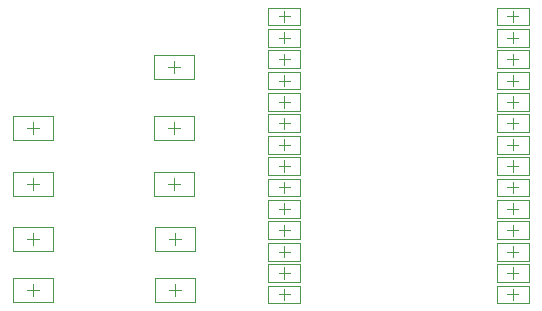
<source format=gbr>
%TF.GenerationSoftware,Altium Limited,Altium Designer,19.1.8 (144)*%
G04 Layer_Color=32768*
%FSLAX26Y26*%
%MOIN*%
%TF.FileFunction,Other,Mechanical_15*%
%TF.Part,Single*%
G01*
G75*
%TA.AperFunction,NonConductor*%
%ADD31C,0.003937*%
%ADD33C,0.001968*%
D31*
X2565314Y1565000D02*
X2604684D01*
X2584999Y1545315D02*
Y1584685D01*
X2114999Y1340315D02*
Y1379685D01*
X2095316Y1360001D02*
X2134686D01*
X2585000Y1155314D02*
Y1194684D01*
X2565314Y1175000D02*
X2604684D01*
X2587480Y970314D02*
Y1009684D01*
X2567796Y990000D02*
X2607166D01*
X2587520Y800314D02*
Y839684D01*
X2567836Y820000D02*
X2607206D01*
X2951772Y1215189D02*
Y1252589D01*
X2933072Y1233889D02*
X2970474D01*
X2951772Y1357785D02*
Y1395185D01*
X2933072Y1376485D02*
X2970472D01*
X2951772Y787402D02*
Y824802D01*
X2933072Y806102D02*
X2970472D01*
X2951772Y1500380D02*
Y1537781D01*
X2933072Y1519081D02*
X2970472D01*
X2951772Y1143891D02*
Y1181292D01*
X2933070Y1162591D02*
X2970472D01*
X2951772Y1642976D02*
Y1680376D01*
X2933072Y1661676D02*
X2970472D01*
X2951772Y930001D02*
Y967401D01*
X2933072Y948701D02*
X2970472D01*
X2951772Y858702D02*
Y896102D01*
X2933072Y877402D02*
X2970474D01*
X2951772Y1286487D02*
Y1323887D01*
X2933070Y1305187D02*
X2970472D01*
X2951772Y1571678D02*
Y1609078D01*
X2933070Y1590378D02*
X2970472D01*
X2951772Y1429083D02*
Y1466483D01*
X2933072Y1447783D02*
X2970474D01*
X2951772Y1714274D02*
Y1751674D01*
X2933072Y1732974D02*
X2970472D01*
X2951772Y1072594D02*
Y1109994D01*
X2933072Y1091294D02*
X2970474D01*
X2951772Y1001296D02*
Y1038696D01*
X2933072Y1019996D02*
X2970472D01*
X3713583Y1714274D02*
Y1751674D01*
X3694883Y1732974D02*
X3732285D01*
X3713583Y1571678D02*
Y1609078D01*
X3694883Y1590378D02*
X3732285D01*
X3713583Y858702D02*
Y896102D01*
X3694883Y877402D02*
X3732283D01*
X3713583Y930001D02*
Y967401D01*
X3694881Y948701D02*
X3732283D01*
X3713583Y1500380D02*
Y1537781D01*
X3694883Y1519081D02*
X3732283D01*
X3713583Y787402D02*
Y824802D01*
X3694883Y806102D02*
X3732283D01*
X3713583Y1286487D02*
Y1323887D01*
X3694883Y1305187D02*
X3732283D01*
X3713583Y1001296D02*
Y1038696D01*
X3694883Y1019996D02*
X3732285D01*
X3713583Y1429083D02*
Y1466483D01*
X3694883Y1447783D02*
X3732285D01*
X3713583Y1215189D02*
Y1252589D01*
X3694883Y1233889D02*
X3732285D01*
X3713583Y1072594D02*
Y1109994D01*
X3694883Y1091294D02*
X3732285D01*
X3713583Y1357785D02*
Y1395185D01*
X3694883Y1376485D02*
X3732283D01*
X3713583Y1143891D02*
Y1181292D01*
X3694883Y1162591D02*
X3732283D01*
X3713583Y1642976D02*
Y1680376D01*
X3694881Y1661676D02*
X3732283D01*
X2095316Y820000D02*
X2134686D01*
X2115001Y800314D02*
Y839684D01*
X2095316Y990000D02*
X2134686D01*
X2115001Y970314D02*
Y1009684D01*
X2095316Y1175000D02*
X2134686D01*
X2114999Y1155314D02*
Y1194684D01*
X2565314Y1360001D02*
X2604684D01*
X2585000Y1340315D02*
Y1379685D01*
D33*
X2651929Y1525630D02*
Y1604370D01*
X2518070Y1525630D02*
Y1604370D01*
Y1525630D02*
X2651929D01*
X2518070Y1604370D02*
X2651929D01*
X2048072Y1320631D02*
X2181930D01*
X2048072Y1399371D02*
X2181930D01*
Y1320631D02*
Y1399371D01*
X2048072Y1320631D02*
Y1399371D01*
X2518070Y1214370D02*
X2651928D01*
X2518070Y1135630D02*
X2651928D01*
X2518070D02*
Y1214370D01*
X2651928Y1135630D02*
Y1214370D01*
X2520552Y1029370D02*
X2654410D01*
X2520552Y950630D02*
X2654410D01*
X2520552D02*
Y1029370D01*
X2654410Y950630D02*
Y1029370D01*
X2520592Y859370D02*
X2654450D01*
X2520592Y780630D02*
X2654450D01*
X2520592D02*
Y859370D01*
X2654450Y780630D02*
Y859370D01*
X2898622Y1204361D02*
X3004922D01*
X2898622Y1263417D02*
X3004922D01*
Y1204361D02*
Y1263417D01*
X2898622Y1204361D02*
Y1263417D01*
Y1346957D02*
X3004922D01*
X2898622Y1406013D02*
X3004922D01*
Y1346957D02*
Y1406013D01*
X2898622Y1346957D02*
Y1406013D01*
Y776574D02*
X3004922D01*
X2898622Y835630D02*
X3004922D01*
Y776574D02*
Y835630D01*
X2898622Y776574D02*
Y835630D01*
Y1489553D02*
X3004922D01*
X2898622Y1548609D02*
X3004922D01*
Y1489553D02*
Y1548609D01*
X2898622Y1489553D02*
Y1548609D01*
Y1133063D02*
X3004922D01*
X2898622Y1192120D02*
X3004922D01*
Y1133063D02*
Y1192120D01*
X2898622Y1133063D02*
Y1192120D01*
Y1632148D02*
X3004922D01*
X2898622Y1691204D02*
X3004922D01*
Y1632148D02*
Y1691204D01*
X2898622Y1632148D02*
Y1691204D01*
Y919173D02*
X3004922D01*
X2898622Y978229D02*
X3004922D01*
Y919173D02*
Y978229D01*
X2898622Y919173D02*
Y978229D01*
Y847874D02*
X3004922D01*
X2898622Y906930D02*
X3004922D01*
Y847874D02*
Y906930D01*
X2898622Y847874D02*
Y906930D01*
Y1275659D02*
X3004922D01*
X2898622Y1334715D02*
X3004922D01*
Y1275659D02*
Y1334715D01*
X2898622Y1275659D02*
Y1334715D01*
Y1560850D02*
X3004922D01*
X2898622Y1619906D02*
X3004922D01*
Y1560850D02*
Y1619906D01*
X2898622Y1560850D02*
Y1619906D01*
Y1418255D02*
X3004922D01*
X2898622Y1477311D02*
X3004922D01*
Y1418255D02*
Y1477311D01*
X2898622Y1418255D02*
Y1477311D01*
Y1703446D02*
X3004922D01*
X2898622Y1762502D02*
X3004922D01*
Y1703446D02*
Y1762502D01*
X2898622Y1703446D02*
Y1762502D01*
Y1061766D02*
X3004922D01*
X2898622Y1120822D02*
X3004922D01*
Y1061766D02*
Y1120822D01*
X2898622Y1061766D02*
Y1120822D01*
Y990468D02*
X3004922D01*
X2898622Y1049524D02*
X3004922D01*
Y990468D02*
Y1049524D01*
X2898622Y990468D02*
Y1049524D01*
X3660433Y1762502D02*
X3766733D01*
X3660433Y1703446D02*
X3766733D01*
X3660433D02*
Y1762502D01*
X3766733Y1703446D02*
Y1762502D01*
X3660433Y1619906D02*
X3766733D01*
X3660433Y1560850D02*
X3766733D01*
X3660433D02*
Y1619906D01*
X3766733Y1560850D02*
Y1619906D01*
X3660433Y906930D02*
X3766733D01*
X3660433Y847874D02*
X3766733D01*
X3660433D02*
Y906930D01*
X3766733Y847874D02*
Y906930D01*
X3660433Y978229D02*
X3766733D01*
X3660433Y919173D02*
X3766733D01*
X3660433D02*
Y978229D01*
X3766733Y919173D02*
Y978229D01*
X3660433Y1548609D02*
X3766733D01*
X3660433Y1489553D02*
X3766733D01*
X3660433D02*
Y1548609D01*
X3766733Y1489553D02*
Y1548609D01*
X3660433Y835630D02*
X3766733D01*
X3660433Y776574D02*
X3766733D01*
X3660433D02*
Y835630D01*
X3766733Y776574D02*
Y835630D01*
X3660433Y1334715D02*
X3766733D01*
X3660433Y1275659D02*
X3766733D01*
X3660433D02*
Y1334715D01*
X3766733Y1275659D02*
Y1334715D01*
X3660433Y1049524D02*
X3766733D01*
X3660433Y990468D02*
X3766733D01*
X3660433D02*
Y1049524D01*
X3766733Y990468D02*
Y1049524D01*
X3660433Y1477311D02*
X3766733D01*
X3660433Y1418255D02*
X3766733D01*
X3660433D02*
Y1477311D01*
X3766733Y1418255D02*
Y1477311D01*
X3660433Y1263417D02*
X3766733D01*
X3660433Y1204361D02*
X3766733D01*
X3660433D02*
Y1263417D01*
X3766733Y1204361D02*
Y1263417D01*
X3660433Y1120822D02*
X3766733D01*
X3660433Y1061766D02*
X3766733D01*
X3660433D02*
Y1120822D01*
X3766733Y1061766D02*
Y1120822D01*
X3660433Y1406013D02*
X3766733D01*
X3660433Y1346957D02*
X3766733D01*
X3660433D02*
Y1406013D01*
X3766733Y1346957D02*
Y1406013D01*
X3660433Y1192120D02*
X3766733D01*
X3660433Y1133063D02*
X3766733D01*
X3660433D02*
Y1192120D01*
X3766733Y1133063D02*
Y1192120D01*
X3660433Y1691204D02*
X3766733D01*
X3660433Y1632148D02*
X3766733D01*
X3660433D02*
Y1691204D01*
X3766733Y1632148D02*
Y1691204D01*
X2048072Y780630D02*
Y859370D01*
X2181930Y780630D02*
Y859370D01*
X2048072D02*
X2181930D01*
X2048072Y780630D02*
X2181930D01*
X2048072Y950630D02*
Y1029370D01*
X2181930Y950630D02*
Y1029370D01*
X2048072D02*
X2181930D01*
X2048072Y950630D02*
X2181930D01*
X2048072Y1135630D02*
Y1214370D01*
X2181930Y1135630D02*
Y1214370D01*
X2048072D02*
X2181930D01*
X2048072Y1135630D02*
X2181930D01*
X2651928Y1320631D02*
Y1399371D01*
X2518070Y1320631D02*
Y1399371D01*
Y1320631D02*
X2651928D01*
X2518070Y1399371D02*
X2651928D01*
%TF.MD5,f28085ddc8fdfabc52611e4576cddf8b*%
M02*

</source>
